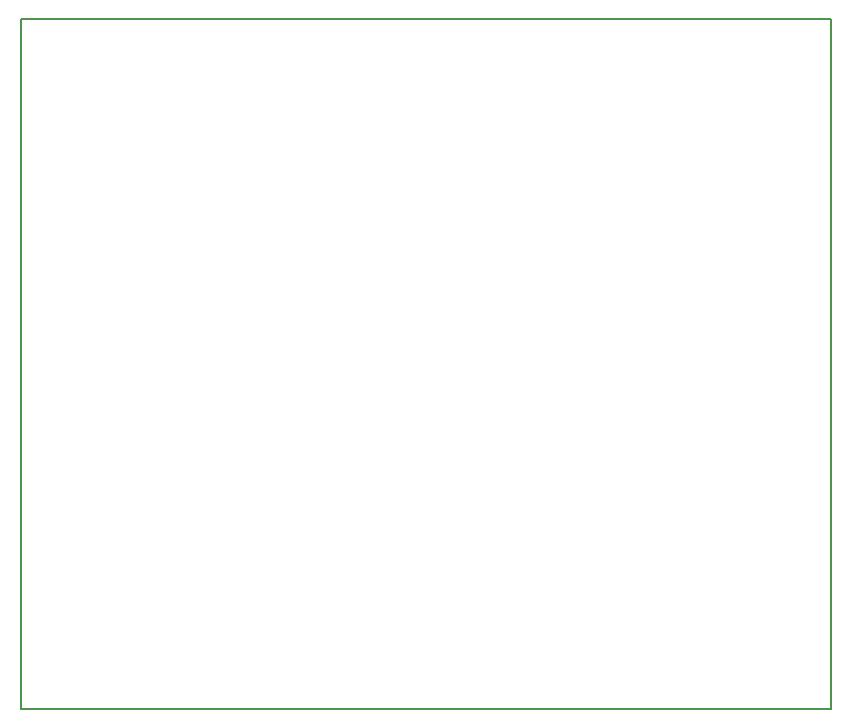
<source format=gm1>
%TF.GenerationSoftware,KiCad,Pcbnew,(6.0.4)*%
%TF.CreationDate,2022-04-22T20:46:50-07:00*%
%TF.ProjectId,beacondetector-v2,62656163-6f6e-4646-9574-6563746f722d,v2.0*%
%TF.SameCoordinates,Original*%
%TF.FileFunction,Profile,NP*%
%FSLAX46Y46*%
G04 Gerber Fmt 4.6, Leading zero omitted, Abs format (unit mm)*
G04 Created by KiCad (PCBNEW (6.0.4)) date 2022-04-22 20:46:50*
%MOMM*%
%LPD*%
G01*
G04 APERTURE LIST*
%TA.AperFunction,Profile*%
%ADD10C,0.200000*%
%TD*%
G04 APERTURE END LIST*
D10*
X179603400Y-71018400D02*
X111023400Y-71018400D01*
X111023400Y-71018400D02*
X111023400Y-129438400D01*
X111023400Y-129438400D02*
X179603400Y-129438400D01*
X179603400Y-129438400D02*
X179603400Y-71018400D01*
M02*

</source>
